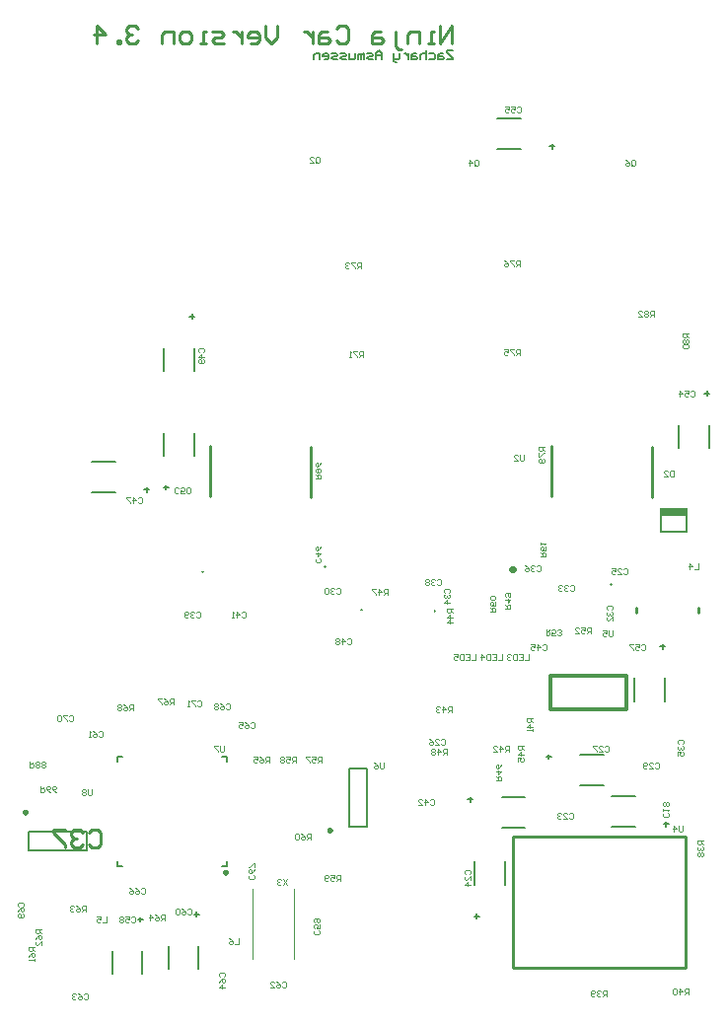
<source format=gbo>
%FSTAX23Y23*%
%MOMM*%
%SFA1B1*%

%IPPOS*%
%ADD34C,0.250000*%
%ADD35C,0.299999*%
%ADD73C,0.200000*%
%ADD80C,0.253999*%
%ADD81C,0.150000*%
%ADD82C,0.100000*%
%ADD83C,0.030000*%
%ADD84C,0.127000*%
%ADD132C,0.507999*%
%ADD133R,2.399995X0.799998*%
%LNninja_ecu_pcb-1*%
%LPD*%
G54D34*
X00494Y168D02*
D01*
X00494Y16809*
X00493Y16818*
X00492Y16826*
X0049Y16835*
X00487Y16843*
X00484Y16851*
X0048Y16859*
X00475Y16867*
X00471Y16874*
X00465Y16881*
X00459Y16887*
X00453Y16893*
X00446Y16899*
X00439Y16904*
X00432Y16909*
X00424Y16913*
X00416Y16916*
X00408Y16919*
X004Y16922*
X00391Y16924*
X00383Y16925*
X00374Y16925*
X00365*
X00356Y16925*
X00348Y16924*
X00339Y16922*
X00331Y16919*
X00323Y16916*
X00315Y16913*
X00307Y16909*
X003Y16904*
X00293Y16899*
X00286Y16893*
X0028Y16887*
X00274Y16881*
X00268Y16874*
X00263Y16867*
X00259Y16859*
X00255Y16851*
X00252Y16843*
X00249Y16835*
X00247Y16826*
X00246Y16818*
X00245Y16809*
X00244Y168*
X00245Y16792*
X00246Y16783*
X00247Y16774*
X00249Y16766*
X00252Y16758*
X00255Y1675*
X00259Y16742*
X00263Y16734*
X00268Y16727*
X00274Y1672*
X0028Y16714*
X00286Y16708*
X00293Y16702*
X003Y16697*
X00307Y16692*
X00315Y16688*
X00323Y16685*
X00331Y16682*
X00339Y16679*
X00348Y16677*
X00356Y16676*
X00365Y16676*
X00374*
X00383Y16676*
X00391Y16677*
X004Y16679*
X00408Y16682*
X00416Y16685*
X00424Y16688*
X00432Y16692*
X00439Y16697*
X00446Y16702*
X00453Y16708*
X00459Y16714*
X00465Y1672*
X00471Y16727*
X00475Y16734*
X0048Y16742*
X00484Y1675*
X00487Y16758*
X0049Y16766*
X00492Y16774*
X00493Y16783*
X00494Y16792*
X00494Y168*
X2663Y15228D02*
D01*
X2663Y15237*
X26629Y15246*
X26628Y15254*
X26626Y15263*
X26623Y15271*
X2662Y15279*
X26616Y15287*
X26611Y15295*
X26607Y15302*
X26601Y15309*
X26595Y15315*
X26589Y15321*
X26582Y15327*
X26575Y15332*
X26568Y15337*
X2656Y15341*
X26552Y15344*
X26544Y15347*
X26536Y1535*
X26527Y15352*
X26519Y15353*
X2651Y15353*
X26501*
X26492Y15353*
X26484Y15352*
X26475Y1535*
X26467Y15347*
X26459Y15344*
X26451Y15341*
X26443Y15337*
X26436Y15332*
X26429Y15327*
X26422Y15321*
X26416Y15315*
X2641Y15309*
X26404Y15302*
X26399Y15295*
X26395Y15287*
X26391Y15279*
X26388Y15271*
X26385Y15263*
X26383Y15254*
X26382Y15246*
X26381Y15237*
X2638Y15228*
X26381Y1522*
X26382Y15211*
X26383Y15202*
X26385Y15194*
X26388Y15186*
X26391Y15178*
X26395Y1517*
X26399Y15162*
X26404Y15155*
X2641Y15148*
X26416Y15142*
X26422Y15136*
X26429Y1513*
X26436Y15125*
X26443Y1512*
X26451Y15116*
X26459Y15113*
X26467Y1511*
X26475Y15107*
X26484Y15105*
X26492Y15104*
X26501Y15104*
X2651*
X26519Y15104*
X26527Y15105*
X26536Y15107*
X26544Y1511*
X26552Y15113*
X2656Y15116*
X26568Y1512*
X26575Y15125*
X26582Y1513*
X26589Y15136*
X26595Y15142*
X26601Y15148*
X26607Y15155*
X26611Y15162*
X26616Y1517*
X2662Y15178*
X26623Y15186*
X26626Y15194*
X26628Y15202*
X26629Y15211*
X2663Y1522*
X2663Y15228*
X17679Y1164D02*
D01*
X17679Y11649*
X17678Y11658*
X17677Y11666*
X17674Y11675*
X17672Y11683*
X17668Y11691*
X17665Y11699*
X1766Y11707*
X17655Y11714*
X1765Y11721*
X17644Y11727*
X17638Y11733*
X17631Y11739*
X17624Y11744*
X17617Y11749*
X17609Y11753*
X17601Y11756*
X17593Y11759*
X17585Y11762*
X17576Y11764*
X17567Y11765*
X17559Y11765*
X1755*
X17541Y11765*
X17533Y11764*
X17524Y11762*
X17516Y11759*
X17507Y11756*
X17499Y11753*
X17492Y11749*
X17484Y11744*
X17477Y11739*
X17471Y11733*
X17464Y11727*
X17459Y11721*
X17453Y11714*
X17448Y11707*
X17444Y11699*
X1744Y11691*
X17437Y11683*
X17434Y11675*
X17432Y11666*
X17431Y11658*
X1743Y11649*
X17429Y1164*
X1743Y11632*
X17431Y11623*
X17432Y11614*
X17434Y11606*
X17437Y11598*
X1744Y1159*
X17444Y11582*
X17448Y11574*
X17453Y11567*
X17459Y1156*
X17464Y11554*
X17471Y11548*
X17477Y11542*
X17484Y11537*
X17492Y11532*
X17499Y11528*
X17507Y11525*
X17516Y11522*
X17524Y11519*
X17533Y11517*
X17541Y11516*
X1755Y11516*
X17559*
X17567Y11516*
X17576Y11517*
X17585Y11519*
X17593Y11522*
X17601Y11525*
X17609Y11528*
X17617Y11532*
X17624Y11537*
X17631Y11542*
X17638Y11548*
X17644Y11554*
X1765Y1156*
X17655Y11567*
X1766Y11574*
X17665Y11582*
X17668Y1159*
X17672Y11598*
X17674Y11606*
X17677Y11614*
X17678Y11623*
X17679Y11632*
X17679Y1164*
G54D35*
X4548Y25653D02*
X5198D01*
Y28498*
X4548D02*
X5198D01*
X4548Y25653D02*
Y28498D01*
G54D73*
X00674Y1515D02*
X05674D01*
X00674Y1355D02*
X05674D01*
X00674D02*
Y1515D01*
X05674Y1355D02*
Y1515D01*
X54906Y40893D02*
Y42798D01*
X57106Y40893D02*
Y42798D01*
X54906Y40893D02*
X57106D01*
X15269Y03331D02*
Y05331D01*
X12669Y03331D02*
Y05331D01*
X10443Y02903D02*
Y04903D01*
X07843Y02903D02*
Y04903D01*
X55274Y26318D02*
Y28318D01*
X52674Y26318D02*
Y28318D01*
X40923Y73756D02*
X42923D01*
X40923Y76356D02*
X42923D01*
X59084Y48035D02*
Y50035D01*
X56484Y48035D02*
Y50035D01*
X12288Y47372D02*
Y49372D01*
X14888Y47372D02*
Y49372D01*
Y54639D02*
Y56639D01*
X12288Y54639D02*
Y56639D01*
X06125Y44292D02*
X08125D01*
X06125Y46892D02*
X08125D01*
X48021Y21746D02*
X50021D01*
X48021Y19146D02*
X50021D01*
X38958Y1057D02*
Y1257D01*
X41558Y1057D02*
Y1257D01*
X41276Y18063D02*
X43276D01*
X41276Y15463D02*
X43276D01*
X50702Y1559D02*
X52702D01*
X50702Y1819D02*
X52702D01*
X28155Y15533D02*
Y20533D01*
X29755Y15533D02*
Y20533D01*
X28155Y15533D02*
X29755D01*
X28155Y20533D02*
X29755D01*
X17279Y1219D02*
X17704D01*
Y12615*
X08304Y1219D02*
X08729D01*
X08304D02*
Y12615D01*
Y21165D02*
Y2159D01*
X08729*
X17279D02*
X17704D01*
Y21165D02*
Y2159D01*
G54D80*
X58136Y33906D02*
D01*
X58149Y3409*
X58149Y34276*
X58144Y34363*
X52851Y34333D02*
D01*
X52847Y34148*
X52856Y33963*
X52857Y33949*
X4224Y14706D02*
X57073D01*
X4224Y03479D02*
Y14706D01*
X57073Y03479D02*
Y14706D01*
X4224Y03479D02*
X57073D01*
X1623Y43891D02*
Y48209D01*
X24917Y43865D02*
Y48183D01*
X4551Y43891D02*
Y48209D01*
X54197Y43865D02*
Y48183D01*
X05804Y15049D02*
X06058Y15302D01*
X06565*
X06819Y15049*
Y14033*
X06565Y13779*
X06058*
X05804Y14033*
X05296Y15049D02*
X05042Y15302D01*
X04534*
X0428Y15049*
Y14795*
X04534Y14541*
X04788*
X04534*
X0428Y14287*
Y14033*
X04534Y13779*
X05042*
X05296Y14033*
X03772Y15302D02*
X02757D01*
Y15049*
X03772Y14033*
Y13779*
X36956Y82803D02*
Y84327D01*
X35941Y82803*
Y84327*
X35433Y82803D02*
X34925D01*
X35179*
Y83819*
X35433*
X34163Y82803D02*
Y83819D01*
X33402*
X33148Y83565*
Y82803*
X3264Y82296D02*
X32386D01*
X32132Y8255*
Y83819*
X30862D02*
X30355D01*
X30101Y83565*
Y82803*
X30862*
X31116Y83057*
X30862Y83311*
X30101*
X27054Y84073D02*
X27308Y84327D01*
X27815*
X28069Y84073*
Y83057*
X27815Y82803*
X27308*
X27054Y83057*
X26292Y83819D02*
X25784D01*
X2553Y83565*
Y82803*
X26292*
X26546Y83057*
X26292Y83311*
X2553*
X25022Y83819D02*
Y82803D01*
Y83311*
X24768Y83565*
X24514Y83819*
X24261*
X21975Y84327D02*
Y83311D01*
X21467Y82803*
X2096Y83311*
Y84327*
X1969Y82803D02*
X20198D01*
X20452Y83057*
Y83565*
X20198Y83819*
X1969*
X19436Y83565*
Y83311*
X20452*
X18928Y83819D02*
Y82803D01*
Y83311*
X18674Y83565*
X1842Y83819*
X18167*
X17405Y82803D02*
X16643D01*
X16389Y83057*
X16643Y83311*
X17151*
X17405Y83565*
X17151Y83819*
X16389*
X15881Y82803D02*
X15373D01*
X15627*
Y83819*
X15881*
X14358Y82803D02*
X1385D01*
X13596Y83057*
Y83565*
X1385Y83819*
X14358*
X14612Y83565*
Y83057*
X14358Y82803*
X13088D02*
Y83819D01*
X12326*
X12072Y83565*
Y82803*
X10041Y84073D02*
X09787Y84327D01*
X09279*
X09025Y84073*
Y83819*
X09279Y83565*
X09533*
X09279*
X09025Y83311*
Y83057*
X09279Y82803*
X09787*
X10041Y83057*
X08518Y82803D02*
Y83057D01*
X08264*
Y82803*
X08518*
X06486D02*
Y84327D01*
X07248Y83565*
X06232*
G54D81*
X14884Y08026D02*
X1529D01*
X15087Y07823D02*
Y08229D01*
X10058Y07598D02*
X10464D01*
X10261Y07395D02*
Y07801D01*
X54889Y31013D02*
X55295D01*
X55092Y3081D02*
Y31216D01*
X45618Y73736D02*
Y74142D01*
X45415Y73939D02*
X45821D01*
X58699Y5273D02*
X59105D01*
X58902Y52527D02*
Y52933D01*
X12268Y44678D02*
X12674D01*
X12471Y44475D02*
Y44881D01*
X14503Y59334D02*
X14909D01*
X14706Y59131D02*
Y59537D01*
X1082Y44272D02*
Y44678D01*
X10617Y44475D02*
X11023D01*
X45327Y21361D02*
Y21767D01*
X45124Y21564D02*
X4553D01*
X38938Y07876D02*
X39344D01*
X39141Y07673D02*
Y08079D01*
X38582Y17678D02*
Y18084D01*
X38379Y17881D02*
X38785D01*
X55397Y1557D02*
Y15976D01*
X55194Y15773D02*
X556D01*
G54D82*
X23418Y04198D02*
Y10192D01*
X19913Y04192D02*
Y10192D01*
X38909Y72346D02*
Y72679D01*
X38993Y72762*
X39159*
X39242Y72679*
Y72346*
X39159Y72262*
X38993*
X39076Y72429D02*
X38909Y72262D01*
X38993D02*
X38909Y72346D01*
X38493Y72262D02*
Y72762D01*
X38743Y72512*
X38409*
X55534Y16716D02*
X55617Y16632D01*
Y16466*
X55534Y16382*
X55201*
X55117Y16466*
Y16632*
X55201Y16716*
X55117Y16882D02*
Y17049D01*
Y16966*
X55617*
X55534Y16882*
Y17299D02*
X55617Y17382D01*
Y17549*
X55534Y17632*
X55451*
X55367Y17549*
X55284Y17632*
X55201*
X55117Y17549*
Y17382*
X55201Y17299*
X55284*
X55367Y17382*
X55451Y17299*
X55534*
X55367Y17382D02*
Y17549D01*
X47037Y16672D02*
X47121Y16755D01*
X47287*
X4737Y16672*
Y16339*
X47287Y16255*
X47121*
X47037Y16339*
X46537Y16255D02*
X46871D01*
X46537Y16589*
Y16672*
X46621Y16755*
X46787*
X46871Y16672*
X46371D02*
X46287Y16755D01*
X46121*
X46038Y16672*
Y16589*
X46121Y16505*
X46204*
X46121*
X46038Y16422*
Y16339*
X46121Y16255*
X46287*
X46371Y16339*
X38191Y11477D02*
X38108Y11561D01*
Y11727*
X38191Y1181*
X38524*
X38607Y11727*
Y11561*
X38524Y11477*
X38607Y10977D02*
Y11311D01*
X38274Y10977*
X38191*
X38108Y11061*
Y11227*
X38191Y11311*
X38607Y10561D02*
X38108D01*
X38358Y10811*
Y10478*
X51736Y37627D02*
X5182Y3771D01*
X51986*
X52069Y37627*
Y37294*
X51986Y3721*
X5182*
X51736Y37294*
X51236Y3721D02*
X5157D01*
X51236Y37544*
Y37627*
X5132Y3771*
X51486*
X5157Y37627*
X50737Y3771D02*
X5107D01*
Y3746*
X50903Y37544*
X5082*
X50737Y3746*
Y37294*
X5082Y3721*
X50986*
X5107Y37294*
X36037Y23022D02*
X36121Y23105D01*
X36287*
X3637Y23022*
Y22689*
X36287Y22605*
X36121*
X36037Y22689*
X35537Y22605D02*
X35871D01*
X35537Y22939*
Y23022*
X35621Y23105*
X35787*
X35871Y23022*
X35038Y23105D02*
X35204Y23022D01*
X35371Y22855*
Y22689*
X35287Y22605*
X35121*
X35038Y22689*
Y22772*
X35121Y22855*
X35371*
X50085Y22387D02*
X50169Y2247D01*
X50335*
X50418Y22387*
Y22054*
X50335Y2197*
X50169*
X50085Y22054*
X49585Y2197D02*
X49919D01*
X49585Y22304*
Y22387*
X49669Y2247*
X49835*
X49919Y22387*
X49419Y2247D02*
X49086D01*
Y22387*
X49419Y22054*
Y2197*
X54403Y2099D02*
X54487Y21073D01*
X54653*
X54736Y2099*
Y20657*
X54653Y20573*
X54487*
X54403Y20657*
X53903Y20573D02*
X54237D01*
X53903Y20907*
Y2099*
X53987Y21073*
X54153*
X54237Y2099*
X53737Y20657D02*
X53653Y20573D01*
X53487*
X53404Y20657*
Y2099*
X53487Y21073*
X53653*
X53737Y2099*
Y20907*
X53653Y20823*
X53404*
X27098Y35976D02*
X27182Y36059D01*
X27348*
X27431Y35976*
Y35643*
X27348Y35559*
X27182*
X27098Y35643*
X26932Y35976D02*
X26848Y36059D01*
X26682*
X26598Y35976*
Y35893*
X26682Y35809*
X26765*
X26682*
X26598Y35726*
Y35643*
X26682Y35559*
X26848*
X26932Y35643*
X26432Y35976D02*
X26348Y36059D01*
X26182*
X26099Y35976*
Y35643*
X26182Y35559*
X26348*
X26432Y35643*
Y35976*
X50383Y3421D02*
X503Y34294D01*
Y3446*
X50383Y34543*
X50716*
X50799Y3446*
Y34294*
X50716Y3421*
X50383Y34044D02*
X503Y3396D01*
Y33794*
X50383Y3371*
X50466*
X5055Y33794*
Y33877*
Y33794*
X50633Y3371*
X50716*
X50799Y33794*
Y3396*
X50716Y34044*
X50799Y33211D02*
Y33544D01*
X50466Y33211*
X50383*
X503Y33294*
Y3346*
X50383Y33544*
X47164Y3623D02*
X47248Y36313D01*
X47414*
X47497Y3623*
Y35897*
X47414Y35813*
X47248*
X47164Y35897*
X46998Y3623D02*
X46914Y36313D01*
X46748*
X46664Y3623*
Y36147*
X46748Y36063*
X46831*
X46748*
X46664Y3598*
Y35897*
X46748Y35813*
X46914*
X46998Y35897*
X46498Y3623D02*
X46414Y36313D01*
X46248*
X46165Y3623*
Y36147*
X46248Y36063*
X46331*
X46248*
X46165Y3598*
Y35897*
X46248Y35813*
X46414*
X46498Y35897*
X36413Y35655D02*
X3633Y35738D01*
Y35905*
X36413Y35988*
X36746*
X36829Y35905*
Y35738*
X36746Y35655*
X36413Y35488D02*
X3633Y35405D01*
Y35238*
X36413Y35155*
X36496*
X3658Y35238*
Y35322*
Y35238*
X36663Y35155*
X36746*
X36829Y35238*
Y35405*
X36746Y35488*
X36829Y34739D02*
X3633D01*
X3658Y34988*
Y34655*
X56479Y22653D02*
X56396Y22737D01*
Y22903*
X56479Y22986*
X56812*
X56895Y22903*
Y22737*
X56812Y22653*
X56479Y22487D02*
X56396Y22403D01*
Y22237*
X56479Y22153*
X56562*
X56646Y22237*
Y2232*
Y22237*
X56729Y22153*
X56812*
X56895Y22237*
Y22403*
X56812Y22487*
X56396Y21654D02*
Y21987D01*
X56646*
X56562Y2182*
Y21737*
X56646Y21654*
X56812*
X56895Y21737*
Y21903*
X56812Y21987*
X44243Y37881D02*
X44327Y37964D01*
X44493*
X44576Y37881*
Y37548*
X44493Y37464*
X44327*
X44243Y37548*
X44077Y37881D02*
X43993Y37964D01*
X43827*
X43743Y37881*
Y37798*
X43827Y37714*
X4391*
X43827*
X43743Y37631*
Y37548*
X43827Y37464*
X43993*
X44077Y37548*
X43244Y37964D02*
X4341Y37881D01*
X43577Y37714*
Y37548*
X43493Y37464*
X43327*
X43244Y37548*
Y37631*
X43327Y37714*
X43577*
X35734Y36738D02*
X35818Y36821D01*
X35984*
X36067Y36738*
Y36405*
X35984Y36321*
X35818*
X35734Y36405*
X35568Y36738D02*
X35484Y36821D01*
X35318*
X35234Y36738*
Y36655*
X35318Y36571*
X35401*
X35318*
X35234Y36488*
Y36405*
X35318Y36321*
X35484*
X35568Y36405*
X35068Y36738D02*
X34984Y36821D01*
X34818*
X34735Y36738*
Y36655*
X34818Y36571*
X34735Y36488*
Y36405*
X34818Y36321*
X34984*
X35068Y36405*
Y36488*
X34984Y36571*
X35068Y36655*
Y36738*
X34984Y36571D02*
X34818D01*
X15033Y33944D02*
X15117Y34027D01*
X15283*
X15366Y33944*
Y33611*
X15283Y33527*
X15117*
X15033Y33611*
X14867Y33944D02*
X14783Y34027D01*
X14617*
X14533Y33944*
Y33861*
X14617Y33777*
X147*
X14617*
X14533Y33694*
Y33611*
X14617Y33527*
X14783*
X14867Y33611*
X14367D02*
X14283Y33527D01*
X14117*
X14034Y33611*
Y33944*
X14117Y34027*
X14283*
X14367Y33944*
Y33861*
X14283Y33777*
X14034*
X18933Y33925D02*
X19016Y34008D01*
X19183*
X19266Y33925*
Y33592*
X19183Y33508*
X19016*
X18933Y33592*
X18516Y33508D02*
Y34008D01*
X18766Y33758*
X18433*
X18266Y33508D02*
X181D01*
X18183*
Y34008*
X18266Y33925*
X35099Y17815D02*
X35183Y17898D01*
X35349*
X35432Y17815*
Y17482*
X35349Y17398*
X35183*
X35099Y17482*
X34683Y17398D02*
Y17898D01*
X34933Y17648*
X34599*
X341Y17398D02*
X34433D01*
X341Y17732*
Y17815*
X34183Y17898*
X34349*
X34433Y17815*
X44751Y3115D02*
X44835Y31233D01*
X45001*
X45084Y3115*
Y30817*
X45001Y30733*
X44835*
X44751Y30817*
X44335Y30733D02*
Y31233D01*
X44585Y30983*
X44251*
X43752Y31233D02*
X44085D01*
Y30983*
X43918Y31067*
X43835*
X43752Y30983*
Y30817*
X43835Y30733*
X44001*
X44085Y30817*
X25689Y3856D02*
X25772Y38476D01*
Y3831*
X25689Y38226*
X25356*
X25272Y3831*
Y38476*
X25356Y3856*
X25272Y38976D02*
X25772D01*
X25522Y38726*
Y3906*
X25772Y39559D02*
X25689Y39393D01*
X25522Y39226*
X25356*
X25272Y39309*
Y39476*
X25356Y39559*
X25439*
X25522Y39476*
Y39226*
X1008Y43723D02*
X10164Y43806D01*
X1033*
X10413Y43723*
Y4339*
X1033Y43306*
X10164*
X1008Y4339*
X09664Y43306D02*
Y43806D01*
X09914Y43556*
X0958*
X09414Y43806D02*
X09081D01*
Y43723*
X09414Y4339*
Y43306*
X27987Y31658D02*
X28071Y31741D01*
X28237*
X2832Y31658*
Y31325*
X28237Y31241*
X28071*
X27987Y31325*
X27571Y31241D02*
Y31741D01*
X27821Y31491*
X27487*
X27321Y31658D02*
X27237Y31741D01*
X27071*
X26988Y31658*
Y31575*
X27071Y31491*
X26988Y31408*
Y31325*
X27071Y31241*
X27237*
X27321Y31325*
Y31408*
X27237Y31491*
X27321Y31575*
Y31658*
X27237Y31491D02*
X27071D01*
X13541Y44287D02*
X13457Y44204D01*
X13291*
X13207Y44287*
Y4462*
X13291Y44703*
X13457*
X13541Y4462*
X14041Y44204D02*
X13707D01*
Y44454*
X13874Y4437*
X13957*
X14041Y44454*
Y4462*
X13957Y44703*
X13791*
X13707Y4462*
X14207Y44287D02*
X1429Y44204D01*
X14457*
X1454Y44287*
Y4462*
X14457Y44703*
X1429*
X14207Y4462*
Y44287*
X57451Y52912D02*
X57535Y52995D01*
X57701*
X57784Y52912*
Y52578*
X57701Y52495*
X57535*
X57451Y52578*
X56951Y52995D02*
X57285D01*
Y52745*
X57118Y52828*
X57035*
X56951Y52745*
Y52578*
X57035Y52495*
X57201*
X57285Y52578*
X56535Y52495D02*
Y52995D01*
X56785Y52745*
X56452*
X42592Y77251D02*
X42676Y77334D01*
X42842*
X42925Y77251*
Y76918*
X42842Y76834*
X42676*
X42592Y76918*
X42092Y77334D02*
X42426D01*
Y77084*
X42259Y77168*
X42176*
X42092Y77084*
Y76918*
X42176Y76834*
X42342*
X42426Y76918*
X41593Y77334D02*
X41926D01*
Y77084*
X41759Y77168*
X41676*
X41593Y77084*
Y76918*
X41676Y76834*
X41842*
X41926Y76918*
X5326Y3115D02*
X53344Y31233D01*
X5351*
X53593Y3115*
Y30817*
X5351Y30733*
X53344*
X5326Y30817*
X5276Y31233D02*
X53094D01*
Y30983*
X52927Y31067*
X52844*
X5276Y30983*
Y30817*
X52844Y30733*
X5301*
X53094Y30817*
X52594Y31233D02*
X52261D01*
Y3115*
X52594Y30817*
Y30733*
X09445Y07782D02*
X09529Y07865D01*
X09695*
X09778Y07782*
Y07449*
X09695Y07365*
X09529*
X09445Y07449*
X08945Y07865D02*
X09279D01*
Y07615*
X09112Y07699*
X09029*
X08945Y07615*
Y07449*
X09029Y07365*
X09195*
X09279Y07449*
X08779Y07782D02*
X08695Y07865D01*
X08529*
X08446Y07782*
Y07699*
X08529Y07615*
X08446Y07532*
Y07449*
X08529Y07365*
X08695*
X08779Y07449*
Y07532*
X08695Y07615*
X08779Y07699*
Y07782*
X08695Y07615D02*
X08529D01*
X25562Y06683D02*
X25645Y06599D01*
Y06433*
X25562Y06349*
X25229*
X25145Y06433*
Y06599*
X25229Y06683*
X25645Y07183D02*
Y06849D01*
X25395*
X25479Y07016*
Y07099*
X25395Y07183*
X25229*
X25145Y07099*
Y06933*
X25229Y06849*
Y07349D02*
X25145Y07432D01*
Y07599*
X25229Y07682*
X25562*
X25645Y07599*
Y07432*
X25562Y07349*
X25479*
X25395Y07432*
Y07682*
X14271Y08417D02*
X14355Y085D01*
X14521*
X14604Y08417*
Y08084*
X14521Y08*
X14355*
X14271Y08084*
X13771Y085D02*
X13938Y08417D01*
X14105Y0825*
Y08084*
X14021Y08*
X13855*
X13771Y08084*
Y08167*
X13855Y0825*
X14105*
X13605Y08417D02*
X13521Y085D01*
X13355*
X13272Y08417*
Y08084*
X13355Y08*
X13521*
X13605Y08084*
Y08417*
X22399Y02194D02*
X22483Y02277D01*
X22649*
X22732Y02194*
Y01861*
X22649Y01777*
X22483*
X22399Y01861*
X21899Y02277D02*
X22066Y02194D01*
X22233Y02027*
Y01861*
X22149Y01777*
X21983*
X21899Y01861*
Y01944*
X21983Y02027*
X22233*
X214Y01777D02*
X21733D01*
X214Y02111*
Y02194*
X21483Y02277*
X21649*
X21733Y02194*
X05381Y01178D02*
X05465Y01261D01*
X05631*
X05714Y01178*
Y00845*
X05631Y00761*
X05465*
X05381Y00845*
X04881Y01261D02*
X05048Y01178D01*
X05215Y01011*
Y00845*
X05131Y00761*
X04965*
X04881Y00845*
Y00928*
X04965Y01011*
X05215*
X04715Y01178D02*
X04631Y01261D01*
X04465*
X04382Y01178*
Y01095*
X04465Y01011*
X04548*
X04465*
X04382Y00928*
Y00845*
X04465Y00761*
X04631*
X04715Y00845*
X17109Y02675D02*
X17026Y02759D01*
Y02925*
X17109Y03008*
X17442*
X17525Y02925*
Y02759*
X17442Y02675*
X17026Y02175D02*
X17109Y02342D01*
X17276Y02509*
X17442*
X17525Y02425*
Y02259*
X17442Y02175*
X17359*
X17276Y02259*
Y02509*
X17525Y01759D02*
X17026D01*
X17276Y02009*
Y01676*
X19732Y24419D02*
X19816Y24502D01*
X19982*
X20065Y24419*
Y24086*
X19982Y24002*
X19816*
X19732Y24086*
X19232Y24502D02*
X19399Y24419D01*
X19566Y24252*
Y24086*
X19482Y24002*
X19316*
X19232Y24086*
Y24169*
X19316Y24252*
X19566*
X18733Y24502D02*
X19066D01*
Y24252*
X18899Y24336*
X18816*
X18733Y24252*
Y24086*
X18816Y24002*
X18982*
X19066Y24086*
X10334Y10195D02*
X10418Y10278D01*
X10584*
X10667Y10195*
Y09862*
X10584Y09778*
X10418*
X10334Y09862*
X09834Y10278D02*
X10001Y10195D01*
X10168Y10028*
Y09862*
X10084Y09778*
X09918*
X09834Y09862*
Y09945*
X09918Y10028*
X10168*
X09335Y10278D02*
X09501Y10195D01*
X09668Y10028*
Y09862*
X09584Y09778*
X09418*
X09335Y09862*
Y09945*
X09418Y10028*
X09668*
X19974Y11382D02*
X20057Y11298D01*
Y11132*
X19974Y11048*
X19641*
X19557Y11132*
Y11298*
X19641Y11382*
X20057Y11882D02*
X19974Y11715D01*
X19807Y11548*
X19641*
X19557Y11632*
Y11798*
X19641Y11882*
X19724*
X19807Y11798*
Y11548*
X20057Y12048D02*
Y12381D01*
X19974*
X19641Y12048*
X19557*
X17573Y2607D02*
X17657Y26153D01*
X17823*
X17906Y2607*
Y25737*
X17823Y25653*
X17657*
X17573Y25737*
X17073Y26153D02*
X1724Y2607D01*
X17407Y25903*
Y25737*
X17323Y25653*
X17157*
X17073Y25737*
Y2582*
X17157Y25903*
X17407*
X16907Y2607D02*
X16823Y26153D01*
X16657*
X16574Y2607*
Y25987*
X16657Y25903*
X16574Y2582*
Y25737*
X16657Y25653*
X16823*
X16907Y25737*
Y2582*
X16823Y25903*
X16907Y25987*
Y2607*
X16823Y25903D02*
X16657D01*
X-00162Y08732D02*
X-00245Y08816D01*
Y08982*
X-00162Y09065*
X0017*
X00253Y08982*
Y08816*
X0017Y08732*
X-00245Y08232D02*
X-00162Y08399D01*
X00004Y08566*
X0017*
X00253Y08482*
Y08316*
X0017Y08232*
X00087*
X00004Y08316*
Y08566*
X0017Y08066D02*
X00253Y07982D01*
Y07816*
X0017Y07733*
X-00162*
X-00245Y07816*
Y07982*
X-00162Y08066*
X-00079*
X00004Y07982*
Y07733*
X04111Y25054D02*
X04195Y25137D01*
X04361*
X04444Y25054*
Y24721*
X04361Y24637*
X04195*
X04111Y24721*
X03945Y25137D02*
X03611D01*
Y25054*
X03945Y24721*
Y24637*
X03445Y25054D02*
X03361Y25137D01*
X03195*
X03112Y25054*
Y24721*
X03195Y24637*
X03361*
X03445Y24721*
Y25054*
X1516Y26324D02*
X15244Y26407D01*
X1541*
X15493Y26324*
Y25991*
X1541Y25907*
X15244*
X1516Y25991*
X14994Y26407D02*
X1466D01*
Y26324*
X14994Y25991*
Y25907*
X14494D02*
X14327D01*
X1441*
Y26407*
X14494Y26324*
X56006Y46092D02*
Y45592D01*
X55757*
X55673Y45676*
Y46009*
X55757Y46092*
X56006*
X55173Y45592D02*
X55507D01*
X55173Y45926*
Y46009*
X55257Y46092*
X55423*
X55507Y46009*
X58165Y38164D02*
Y37664D01*
X57832*
X57416D02*
Y38164D01*
X57666Y37914*
X57332*
X07365Y07865D02*
Y07365D01*
X07032*
X06532Y07865D02*
X06866D01*
Y07615*
X06699Y07699*
X06616*
X06532Y07615*
Y07449*
X06616Y07365*
X06782*
X06866Y07449*
X18668Y0596D02*
Y0546D01*
X18335*
X17835Y0596D02*
X18002Y05877D01*
X18169Y0571*
Y05544*
X18085Y0546*
X17919*
X17835Y05544*
Y05627*
X17919Y0571*
X18169*
X4356Y30344D02*
Y29844D01*
X43227*
X42727Y30344D02*
X43061D01*
Y29844*
X42727*
X43061Y30094D02*
X42894D01*
X42561Y30344D02*
Y29844D01*
X42311*
X42228Y29928*
Y30261*
X42311Y30344*
X42561*
X42061Y30261D02*
X41978Y30344D01*
X41811*
X41728Y30261*
Y30178*
X41811Y30094*
X41894*
X41811*
X41728Y30011*
Y29928*
X41811Y29844*
X41978*
X42061Y29928*
X41274Y30344D02*
Y29844D01*
X40941*
X40441Y30344D02*
X40775D01*
Y29844*
X40441*
X40775Y30094D02*
X40608D01*
X40275Y30344D02*
Y29844D01*
X40025*
X39942Y29928*
Y30261*
X40025Y30344*
X40275*
X39525Y29844D02*
Y30344D01*
X39775Y30094*
X39442*
X38988Y30344D02*
Y29844D01*
X38655*
X38155Y30344D02*
X38489D01*
Y29844*
X38155*
X38489Y30094D02*
X38322D01*
X37989Y30344D02*
Y29844D01*
X37739*
X37656Y29928*
Y30261*
X37739Y30344*
X37989*
X37156D02*
X37489D01*
Y30094*
X37322Y30178*
X37239*
X37156Y30094*
Y29928*
X37239Y29844*
X37406*
X37489Y29928*
X2532Y726D02*
Y72933D01*
X25404Y73016*
X2557*
X25653Y72933*
Y726*
X2557Y72516*
X25404*
X25487Y72683D02*
X2532Y72516D01*
X25404D02*
X2532Y726D01*
X2482Y72516D02*
X25154D01*
X2482Y7285*
Y72933*
X24904Y73016*
X2507*
X25154Y72933*
X52371Y72346D02*
Y72679D01*
X52455Y72762*
X52621*
X52704Y72679*
Y72346*
X52621Y72262*
X52455*
X52538Y72429D02*
X52371Y72262D01*
X52455D02*
X52371Y72346D01*
X51871Y72762D02*
X52038Y72679D01*
X52205Y72512*
Y72346*
X52121Y72262*
X51955*
X51871Y72346*
Y72429*
X51955Y72512*
X52205*
X58546Y1435D02*
X58047D01*
Y14101*
X5813Y14017*
X58297*
X5838Y14101*
Y1435*
Y14184D02*
X58546Y14017D01*
X5813Y13851D02*
X58047Y13767D01*
Y13601*
X5813Y13517*
X58213*
X58297Y13601*
Y13684*
Y13601*
X5838Y13517*
X58463*
X58546Y13601*
Y13767*
X58463Y13851*
X5813Y13351D02*
X58047Y13267D01*
Y13101*
X5813Y13018*
X58213*
X58297Y13101*
X5838Y13018*
X58463*
X58546Y13101*
Y13267*
X58463Y13351*
X5838*
X58297Y13267*
X58213Y13351*
X5813*
X58297Y13267D02*
Y13101D01*
X50291Y01015D02*
Y01515D01*
X50042*
X49958Y01432*
Y01265*
X50042Y01182*
X50291*
X50125D02*
X49958Y01015D01*
X49792Y01432D02*
X49708Y01515D01*
X49542*
X49458Y01432*
Y01349*
X49542Y01265*
X49625*
X49542*
X49458Y01182*
Y01099*
X49542Y01015*
X49708*
X49792Y01099*
X49292D02*
X49208Y01015D01*
X49042*
X48959Y01099*
Y01432*
X49042Y01515*
X49208*
X49292Y01432*
Y01349*
X49208Y01265*
X48959*
X57276Y01142D02*
Y01642D01*
X57027*
X56943Y01559*
Y01392*
X57027Y01309*
X57276*
X5711D02*
X56943Y01142D01*
X56527D02*
Y01642D01*
X56777Y01392*
X56443*
X56277Y01559D02*
X56193Y01642D01*
X56027*
X55944Y01559*
Y01226*
X56027Y01142*
X56193*
X56277Y01226*
Y01559*
X43941Y24891D02*
X43442D01*
Y24642*
X43525Y24558*
X43692*
X43775Y24642*
Y24891*
Y24725D02*
X43941Y24558D01*
Y24142D02*
X43442D01*
X43692Y24392*
Y24058*
X43941Y23892D02*
Y23725D01*
Y23808*
X43442*
X43525Y23892*
X41909Y2197D02*
Y2247D01*
X4166*
X41576Y22387*
Y2222*
X4166Y22137*
X41909*
X41743D02*
X41576Y2197D01*
X4116D02*
Y2247D01*
X4141Y2222*
X41076*
X40577Y2197D02*
X4091D01*
X40577Y22304*
Y22387*
X4066Y2247*
X40826*
X4091Y22387*
X36956Y25399D02*
Y25899D01*
X36707*
X36623Y25816*
Y25649*
X36707Y25566*
X36956*
X3679D02*
X36623Y25399D01*
X36207D02*
Y25899D01*
X36457Y25649*
X36123*
X35957Y25816D02*
X35873Y25899D01*
X35707*
X35624Y25816*
Y25733*
X35707Y25649*
X3579*
X35707*
X35624Y25566*
Y25483*
X35707Y25399*
X35873*
X35957Y25483*
X37083Y34289D02*
X36584D01*
Y3404*
X36667Y33956*
X36834*
X36917Y3404*
Y34289*
Y34123D02*
X37083Y33956D01*
Y3354D02*
X36584D01*
X36834Y3379*
Y33456*
X37083Y3304D02*
X36584D01*
X36834Y3329*
Y32957*
X43179Y22478D02*
X4268D01*
Y22229*
X42763Y22145*
X4293*
X43013Y22229*
Y22478*
Y22312D02*
X43179Y22145D01*
Y21729D02*
X4268D01*
X4293Y21979*
Y21645*
X4268Y21146D02*
Y21479D01*
X4293*
X42846Y21312*
Y21229*
X4293Y21146*
X43096*
X43179Y21229*
Y21395*
X43096Y21479*
X40766Y19557D02*
X41266D01*
Y19807*
X41183Y19891*
X41016*
X40933Y19807*
Y19557*
Y19724D02*
X40766Y19891D01*
Y20307D02*
X41266D01*
X41016Y20057*
Y20391*
X41266Y2089D02*
X41183Y20724D01*
X41016Y20557*
X4085*
X40766Y2064*
Y20807*
X4085Y2089*
X40933*
X41016Y20807*
Y20557*
X31495Y35432D02*
Y35932D01*
X31246*
X31162Y35849*
Y35682*
X31246Y35599*
X31495*
X31329D02*
X31162Y35432D01*
X30746D02*
Y35932D01*
X30996Y35682*
X30662*
X30496Y35932D02*
X30163D01*
Y35849*
X30496Y35516*
Y35432*
X36575Y21716D02*
Y22216D01*
X36326*
X36242Y22133*
Y21966*
X36326Y21883*
X36575*
X36409D02*
X36242Y21716D01*
X35826D02*
Y22216D01*
X36076Y21966*
X35742*
X35576Y22133D02*
X35492Y22216D01*
X35326*
X35243Y22133*
Y2205*
X35326Y21966*
X35243Y21883*
Y218*
X35326Y21716*
X35492*
X35576Y218*
Y21883*
X35492Y21966*
X35576Y2205*
Y22133*
X35492Y21966D02*
X35326D01*
X41531Y34289D02*
X42031D01*
Y34539*
X41948Y34623*
X41781*
X41698Y34539*
Y34289*
Y34456D02*
X41531Y34623D01*
Y35039D02*
X42031D01*
X41781Y34789*
Y35123*
X41614Y35289D02*
X41531Y35372D01*
Y35539*
X41614Y35622*
X41948*
X42031Y35539*
Y35372*
X41948Y35289*
X41864*
X41781Y35372*
Y35622*
X40258Y34035D02*
X40758D01*
Y34285*
X40675Y34369*
X40508*
X40425Y34285*
Y34035*
Y34202D02*
X40258Y34369D01*
X40758Y34869D02*
Y34535D01*
X40508*
X40592Y34702*
Y34785*
X40508Y34869*
X40342*
X40258Y34785*
Y34619*
X40342Y34535*
X40675Y35035D02*
X40758Y35118D01*
Y35285*
X40675Y35368*
X40342*
X40258Y35285*
Y35118*
X40342Y35035*
X40675*
X44576Y38734D02*
X45076D01*
Y38984*
X44993Y39068*
X44826*
X44743Y38984*
Y38734*
Y38901D02*
X44576Y39068D01*
X45076Y39568D02*
Y39234D01*
X44826*
X4491Y39401*
Y39484*
X44826Y39568*
X4466*
X44576Y39484*
Y39318*
X4466Y39234*
X44576Y39734D02*
Y39901D01*
Y39817*
X45076*
X44993Y39734*
X48894Y3213D02*
Y3263D01*
X48645*
X48561Y32547*
Y3238*
X48645Y32297*
X48894*
X48728D02*
X48561Y3213D01*
X48061Y3263D02*
X48395D01*
Y3238*
X48228Y32464*
X48145*
X48061Y3238*
Y32214*
X48145Y3213*
X48311*
X48395Y32214*
X47562Y3213D02*
X47895D01*
X47562Y32464*
Y32547*
X47645Y3263*
X47811*
X47895Y32547*
X45084Y32511D02*
Y32012D01*
X45334*
X45418Y32095*
Y32262*
X45334Y32345*
X45084*
X45251D02*
X45418Y32511D01*
X45918Y32012D02*
X45584D01*
Y32262*
X45751Y32178*
X45834*
X45918Y32262*
Y32428*
X45834Y32511*
X45668*
X45584Y32428*
X46084Y32095D02*
X46167Y32012D01*
X46334*
X46417Y32095*
Y32178*
X46334Y32262*
X46251*
X46334*
X46417Y32345*
Y32428*
X46334Y32511*
X46167*
X46084Y32428*
X2578Y21081D02*
Y21581D01*
X25531*
X25447Y21498*
Y21331*
X25531Y21248*
X2578*
X25614D02*
X25447Y21081D01*
X24947Y21581D02*
X25281D01*
Y21331*
X25114Y21415*
X25031*
X24947Y21331*
Y21165*
X25031Y21081*
X25197*
X25281Y21165*
X24781Y21581D02*
X24448D01*
Y21498*
X24781Y21165*
Y21081*
X23621D02*
Y21581D01*
X23372*
X23288Y21498*
Y21331*
X23372Y21248*
X23621*
X23455D02*
X23288Y21081D01*
X22788Y21581D02*
X23122D01*
Y21331*
X22955Y21415*
X22872*
X22788Y21331*
Y21165*
X22872Y21081*
X23038*
X23122Y21165*
X22622Y21498D02*
X22538Y21581D01*
X22372*
X22289Y21498*
Y21415*
X22372Y21331*
X22289Y21248*
Y21165*
X22372Y21081*
X22538*
X22622Y21165*
Y21248*
X22538Y21331*
X22622Y21415*
Y21498*
X22538Y21331D02*
X22372D01*
X27431Y10921D02*
Y11421D01*
X27182*
X27098Y11338*
Y11171*
X27182Y11088*
X27431*
X27265D02*
X27098Y10921D01*
X26598Y11421D02*
X26932D01*
Y11171*
X26765Y11255*
X26682*
X26598Y11171*
Y11005*
X26682Y10921*
X26848*
X26932Y11005*
X26432D02*
X26348Y10921D01*
X26182*
X26099Y11005*
Y11338*
X26182Y11421*
X26348*
X26432Y11338*
Y11255*
X26348Y11171*
X26099*
X24891Y14477D02*
Y14977D01*
X24642*
X24558Y14894*
Y14727*
X24642Y14644*
X24891*
X24725D02*
X24558Y14477D01*
X24058Y14977D02*
X24225Y14894D01*
X24392Y14727*
Y14561*
X24308Y14477*
X24142*
X24058Y14561*
Y14644*
X24142Y14727*
X24392*
X23892Y14894D02*
X23808Y14977D01*
X23642*
X23559Y14894*
Y14561*
X23642Y14477*
X23808*
X23892Y14561*
Y14894*
X01142Y05206D02*
X00643D01*
Y04957*
X00726Y04873*
X00893*
X00976Y04957*
Y05206*
Y0504D02*
X01142Y04873D01*
X00643Y04373D02*
X00726Y0454D01*
X00893Y04707*
X01059*
X01142Y04623*
Y04457*
X01059Y04373*
X00976*
X00893Y04457*
Y04707*
X01142Y04207D02*
Y0404D01*
Y04123*
X00643*
X00726Y04207*
X01777Y0673D02*
X01278D01*
Y06481*
X01361Y06397*
X01528*
X01611Y06481*
Y0673*
Y06564D02*
X01777Y06397D01*
X01278Y05897D02*
X01361Y06064D01*
X01528Y06231*
X01694*
X01777Y06147*
Y05981*
X01694Y05897*
X01611*
X01528Y05981*
Y06231*
X01777Y05398D02*
Y05731D01*
X01444Y05398*
X01361*
X01278Y05481*
Y05647*
X01361Y05731*
X05587Y08254D02*
Y08754D01*
X05338*
X05254Y08671*
Y08504*
X05338Y08421*
X05587*
X05421D02*
X05254Y08254D01*
X04754Y08754D02*
X04921Y08671D01*
X05088Y08504*
Y08338*
X05004Y08254*
X04838*
X04754Y08338*
Y08421*
X04838Y08504*
X05088*
X04588Y08671D02*
X04504Y08754D01*
X04338*
X04255Y08671*
Y08588*
X04338Y08504*
X04421*
X04338*
X04255Y08421*
Y08338*
X04338Y08254*
X04504*
X04588Y08338*
X12318Y07492D02*
Y07992D01*
X12069*
X11985Y07909*
Y07742*
X12069Y07659*
X12318*
X12152D02*
X11985Y07492D01*
X11485Y07992D02*
X11652Y07909D01*
X11819Y07742*
Y07576*
X11735Y07492*
X11569*
X11485Y07576*
Y07659*
X11569Y07742*
X11819*
X11069Y07492D02*
Y07992D01*
X11319Y07742*
X10986*
X21335Y21081D02*
Y21581D01*
X21086*
X21002Y21498*
Y21331*
X21086Y21248*
X21335*
X21169D02*
X21002Y21081D01*
X20502Y21581D02*
X20669Y21498D01*
X20836Y21331*
Y21165*
X20752Y21081*
X20586*
X20502Y21165*
Y21248*
X20586Y21331*
X20836*
X20003Y21581D02*
X20336D01*
Y21331*
X20169Y21415*
X20086*
X20003Y21331*
Y21165*
X20086Y21081*
X20252*
X20336Y21165*
X01699Y19049D02*
Y1855D01*
X01949*
X02033Y18633*
Y188*
X01949Y18883*
X01699*
X01866D02*
X02033Y19049D01*
X02533Y1855D02*
X02366Y18633D01*
X02199Y188*
Y18966*
X02283Y19049*
X02449*
X02533Y18966*
Y18883*
X02449Y188*
X02199*
X03032Y1855D02*
X02866Y18633D01*
X02699Y188*
Y18966*
X02782Y19049*
X02949*
X03032Y18966*
Y18883*
X02949Y188*
X02699*
X1308Y26034D02*
Y26534D01*
X12831*
X12747Y26451*
Y26284*
X12831Y26201*
X1308*
X12914D02*
X12747Y26034D01*
X12247Y26534D02*
X12414Y26451D01*
X12581Y26284*
Y26118*
X12497Y26034*
X12331*
X12247Y26118*
Y26201*
X12331Y26284*
X12581*
X12081Y26534D02*
X11748D01*
Y26451*
X12081Y26118*
Y26034*
X09651Y25526D02*
Y26026D01*
X09402*
X09318Y25943*
Y25776*
X09402Y25693*
X09651*
X09485D02*
X09318Y25526D01*
X08818Y26026D02*
X08985Y25943D01*
X09152Y25776*
Y2561*
X09068Y25526*
X08902*
X08818Y2561*
Y25693*
X08902Y25776*
X09152*
X08652Y25943D02*
X08568Y26026D01*
X08402*
X08319Y25943*
Y2586*
X08402Y25776*
X08319Y25693*
Y2561*
X08402Y25526*
X08568*
X08652Y2561*
Y25693*
X08568Y25776*
X08652Y2586*
Y25943*
X08568Y25776D02*
X08402D01*
X29336Y55879D02*
Y56379D01*
X29087*
X29003Y56296*
Y56129*
X29087Y56046*
X29336*
X2917D02*
X29003Y55879D01*
X28837Y56379D02*
X28503D01*
Y56296*
X28837Y55963*
Y55879*
X28337D02*
X2817D01*
X28253*
Y56379*
X28337Y56296*
X29209Y63499D02*
Y63999D01*
X2896*
X28876Y63916*
Y63749*
X2896Y63666*
X29209*
X29043D02*
X28876Y63499D01*
X2871Y63999D02*
X28376D01*
Y63916*
X2871Y63583*
Y63499*
X2821Y63916D02*
X28126Y63999D01*
X2796*
X27877Y63916*
Y63833*
X2796Y63749*
X28043*
X2796*
X27877Y63666*
Y63583*
X2796Y63499*
X28126*
X2821Y63583*
X42798Y56006D02*
Y56506D01*
X42549*
X42465Y56423*
Y56256*
X42549Y56173*
X42798*
X42632D02*
X42465Y56006D01*
X42299Y56506D02*
X41965D01*
Y56423*
X42299Y5609*
Y56006*
X41466Y56506D02*
X41799D01*
Y56256*
X41632Y5634*
X41549*
X41466Y56256*
Y5609*
X41549Y56006*
X41715*
X41799Y5609*
X42798Y63626D02*
Y64126D01*
X42549*
X42465Y64043*
Y63876*
X42549Y63793*
X42798*
X42632D02*
X42465Y63626D01*
X42299Y64126D02*
X41965D01*
Y64043*
X42299Y6371*
Y63626*
X41466Y64126D02*
X41632Y64043D01*
X41799Y63876*
Y6371*
X41715Y63626*
X41549*
X41466Y6371*
Y63793*
X41549Y63876*
X41799*
X44957Y48132D02*
X44458D01*
Y47883*
X44541Y47799*
X44708*
X44791Y47883*
Y48132*
Y47966D02*
X44957Y47799D01*
X44458Y47633D02*
Y47299D01*
X44541*
X44874Y47633*
X44957*
X44874Y47133D02*
X44957Y47049D01*
Y46883*
X44874Y468*
X44541*
X44458Y46883*
Y47049*
X44541Y47133*
X44624*
X44708Y47049*
Y468*
X57276Y57911D02*
X56777D01*
Y57662*
X5686Y57578*
X57027*
X5711Y57662*
Y57911*
Y57745D02*
X57276Y57578D01*
X5686Y57412D02*
X56777Y57328D01*
Y57162*
X5686Y57078*
X56943*
X57027Y57162*
X5711Y57078*
X57193*
X57276Y57162*
Y57328*
X57193Y57412*
X5711*
X57027Y57328*
X56943Y57412*
X5686*
X57027Y57328D02*
Y57162D01*
X5686Y56912D02*
X56777Y56828D01*
Y56662*
X5686Y56579*
X57193*
X57276Y56662*
Y56828*
X57193Y56912*
X5686*
X54355Y59308D02*
Y59808D01*
X54106*
X54022Y59725*
Y59558*
X54106Y59475*
X54355*
X54189D02*
X54022Y59308D01*
X53856Y59725D02*
X53772Y59808D01*
X53606*
X53522Y59725*
Y59642*
X53606Y59558*
X53522Y59475*
Y59392*
X53606Y59308*
X53772*
X53856Y59392*
Y59475*
X53772Y59558*
X53856Y59642*
Y59725*
X53772Y59558D02*
X53606D01*
X53023Y59308D02*
X53356D01*
X53023Y59642*
Y59725*
X53106Y59808*
X53272*
X53356Y59725*
X56768Y15612D02*
Y15196D01*
X56685Y15112*
X56519*
X56435Y15196*
Y15612*
X56019Y15112D02*
Y15612D01*
X56269Y15362*
X55935*
X50756Y32382D02*
Y31965D01*
X50672Y31882*
X50506*
X50422Y31965*
Y32382*
X49923D02*
X50256D01*
Y32132*
X50089Y32215*
X50006*
X49923Y32132*
Y31965*
X50006Y31882*
X50173*
X50256Y31965*
X31114Y21073D02*
Y20657D01*
X31031Y20573*
X30865*
X30781Y20657*
Y21073*
X30281D02*
X30448Y2099D01*
X30615Y20823*
Y20657*
X30531Y20573*
X30365*
X30281Y20657*
Y2074*
X30365Y20823*
X30615*
X06095Y18787D02*
Y18371D01*
X06012Y18287*
X05846*
X05762Y18371*
Y18787*
X05596Y18704D02*
X05512Y18787D01*
X05346*
X05262Y18704*
Y18621*
X05346Y18537*
X05262Y18454*
Y18371*
X05346Y18287*
X05512*
X05596Y18371*
Y18454*
X05512Y18537*
X05596Y18621*
Y18704*
X05512Y18537D02*
X05346D01*
X22859Y1104D02*
X22526Y1054D01*
Y1104D02*
X22859Y1054D01*
X2236Y10957D02*
X22276Y1104D01*
X2211*
X22026Y10957*
Y10874*
X2211Y1079*
X22193*
X2211*
X22026Y10707*
Y10624*
X2211Y1054*
X22276*
X2236Y10624*
X25272Y45465D02*
X25772D01*
Y45715*
X25689Y45799*
X25522*
X25439Y45715*
Y45465*
Y45632D02*
X25272Y45799D01*
X25689Y45965D02*
X25772Y46049D01*
Y46215*
X25689Y46299*
X25606*
X25522Y46215*
X25439Y46299*
X25356*
X25272Y46215*
Y46049*
X25356Y45965*
X25439*
X25522Y46049*
X25606Y45965*
X25689*
X25522Y46049D02*
Y46215D01*
X25772Y46798D02*
X25689Y46632D01*
X25522Y46465*
X25356*
X25272Y46548*
Y46715*
X25356Y46798*
X25439*
X25522Y46715*
Y46465*
X15331Y56308D02*
X15248Y56392D01*
Y56558*
X15331Y56641*
X15664*
X15747Y56558*
Y56392*
X15664Y56308*
X15747Y55892D02*
X15248D01*
X15498Y56142*
Y55808*
X15664Y55642D02*
X15747Y55558D01*
Y55392*
X15664Y55309*
X15331*
X15248Y55392*
Y55558*
X15331Y55642*
X15414*
X15498Y55558*
Y55309*
X43179Y47489D02*
Y47073D01*
X43096Y46989*
X4293*
X42846Y47073*
Y47489*
X42346Y46989D02*
X4268D01*
X42346Y47323*
Y47406*
X4243Y47489*
X42596*
X4268Y47406*
X06651Y23657D02*
X06735Y2374D01*
X06901*
X06984Y23657*
Y23324*
X06901Y2324*
X06735*
X06651Y23324*
X06151Y2374D02*
X06318Y23657D01*
X06485Y2349*
Y23324*
X06401Y2324*
X06235*
X06151Y23324*
Y23407*
X06235Y2349*
X06485*
X05985Y2324D02*
X05818D01*
X05901*
Y2374*
X05985Y23657*
X17398Y2247D02*
Y22054D01*
X17315Y2197*
X17149*
X17065Y22054*
Y2247*
X16899D02*
X16565D01*
Y22387*
X16899Y22054*
Y2197*
X00761Y21158D02*
Y20658D01*
X01011*
X01095Y20741*
Y20908*
X01011Y20991*
X00761*
X00928D02*
X01095Y21158D01*
X01261Y20741D02*
X01345Y20658D01*
X01511*
X01595Y20741*
Y20824*
X01511Y20908*
X01595Y20991*
Y21074*
X01511Y21158*
X01345*
X01261Y21074*
Y20991*
X01345Y20908*
X01261Y20824*
Y20741*
X01345Y20908D02*
X01511D01*
X01761Y20741D02*
X01844Y20658D01*
X02011*
X02094Y20741*
Y20824*
X02011Y20908*
X02094Y20991*
Y21074*
X02011Y21158*
X01844*
X01761Y21074*
Y20991*
X01844Y20908*
X01761Y20824*
Y20741*
X01844Y20908D02*
X02011D01*
G54D83*
X26009Y37871D02*
X26161D01*
X26085Y37795D02*
Y37947D01*
X15493Y37439D02*
X15646D01*
X1557Y37363D02*
Y37515D01*
X35432Y34088D02*
X35585D01*
X35509Y34012D02*
Y34164D01*
X29184Y34137D02*
Y34289D01*
X29108Y34213D02*
X2926D01*
X50647Y36296D02*
Y36448D01*
X50571Y36372D02*
X50723D01*
G54D84*
X37083Y82168D02*
X36576D01*
Y82041*
X37083Y81533*
Y81406*
X36576*
X36195Y81914D02*
X35941D01*
X35814Y81787*
Y81406*
X36195*
X36322Y81533*
X36195Y8166*
X35814*
X35052Y81914D02*
X35433D01*
X3556Y81787*
Y81533*
X35433Y81406*
X35052*
X34798Y82168D02*
Y81406D01*
Y81787*
X34671Y81914*
X34417*
X3429Y81787*
Y81406*
X33909Y81914D02*
X33656D01*
X33529Y81787*
Y81406*
X33909*
X34036Y81533*
X33909Y8166*
X33529*
X33275Y81914D02*
Y81406D01*
Y8166*
X33148Y81787*
X33021Y81914*
X32894*
X32513D02*
Y81533D01*
X32386Y81406*
X32005*
Y81279*
X32132Y81153*
X32259*
X32005Y81406D02*
Y81914D01*
X30989Y81406D02*
Y81914D01*
X30735Y82168*
X30482Y81914*
Y81406*
Y81787*
X30989*
X30228Y81406D02*
X29847D01*
X2972Y81533*
X29847Y8166*
X30101*
X30228Y81787*
X30101Y81914*
X2972*
X29466Y81406D02*
Y81914D01*
X29339*
X29212Y81787*
Y81406*
Y81787*
X29085Y81914*
X28958Y81787*
Y81406*
X28704Y81914D02*
Y81533D01*
X28577Y81406*
X28196*
Y81914*
X27942Y81406D02*
X27562D01*
X27435Y81533*
X27562Y8166*
X27815*
X27942Y81787*
X27815Y81914*
X27435*
X27181Y81406D02*
X268D01*
X26673Y81533*
X268Y8166*
X27054*
X27181Y81787*
X27054Y81914*
X26673*
X26038Y81406D02*
X26292D01*
X26419Y81533*
Y81787*
X26292Y81914*
X26038*
X25911Y81787*
Y8166*
X26419*
X25657Y81406D02*
Y81914D01*
X25276*
X25149Y81787*
Y81406*
G54D132*
X42296Y37591D02*
D01*
X42296Y37595*
X42296Y37599*
X42295Y37603*
X42294Y37607*
X42293Y37611*
X42292Y37615*
X4229Y37618*
X42288Y37622*
X42286Y37625*
X42283Y37628*
X42281Y37631*
X42278Y37634*
X42275Y37636*
X42271Y37639*
X42268Y37641*
X42265Y37643*
X42261Y37644*
X42257Y37646*
X42253Y37647*
X4225Y37647*
X42246Y37648*
X42242Y37648*
X42238*
X42234Y37648*
X4223Y37647*
X42226Y37647*
X42222Y37646*
X42218Y37644*
X42215Y37643*
X42211Y37641*
X42208Y37639*
X42205Y37636*
X42202Y37634*
X42199Y37631*
X42196Y37628*
X42194Y37625*
X42192Y37622*
X4219Y37618*
X42188Y37615*
X42186Y37611*
X42185Y37607*
X42184Y37603*
X42183Y37599*
X42183Y37595*
X42183Y37591*
X42183Y37588*
X42183Y37584*
X42184Y3758*
X42185Y37576*
X42186Y37572*
X42188Y37568*
X4219Y37565*
X42192Y37561*
X42194Y37558*
X42196Y37555*
X42199Y37552*
X42202Y37549*
X42205Y37547*
X42208Y37544*
X42211Y37542*
X42215Y3754*
X42218Y37539*
X42222Y37537*
X42226Y37536*
X4223Y37536*
X42234Y37535*
X42238Y37535*
X42242*
X42246Y37535*
X4225Y37536*
X42253Y37536*
X42257Y37537*
X42261Y37539*
X42265Y3754*
X42268Y37542*
X42271Y37544*
X42275Y37547*
X42278Y37549*
X42281Y37552*
X42283Y37555*
X42286Y37558*
X42288Y37561*
X4229Y37565*
X42292Y37568*
X42293Y37572*
X42294Y37576*
X42295Y3758*
X42296Y37584*
X42296Y37588*
X42296Y37591*
G54D133*
X56006Y42566D03*
M02*
</source>
